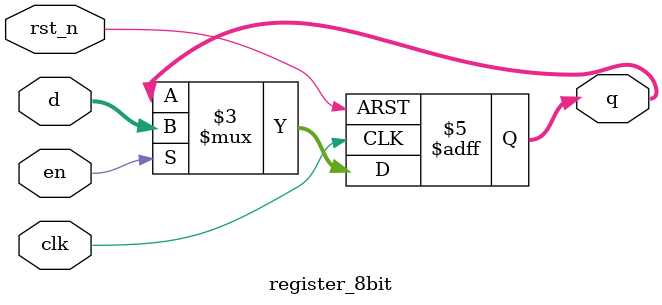
<source format=sv>
`timescale 1ns/1ps
module register_8bit #(
    parameter WIDTH = 8
) (
    input  logic             clk,
    input  logic             rst_n,
    input  logic             en,        // Enable signal (load control)
    input  logic [WIDTH-1:0] d,
    output logic [WIDTH-1:0] q
);

    always_ff @(posedge clk or negedge rst_n) begin
        if (!rst_n)
            q <= '0;  // '0 = all bits zero (shorthand for {WIDTH{1'b0}})
        else if (en)
            q <= d;   // Only load when enabled
        // else: q holds previous value 
    end

endmodule
</source>
